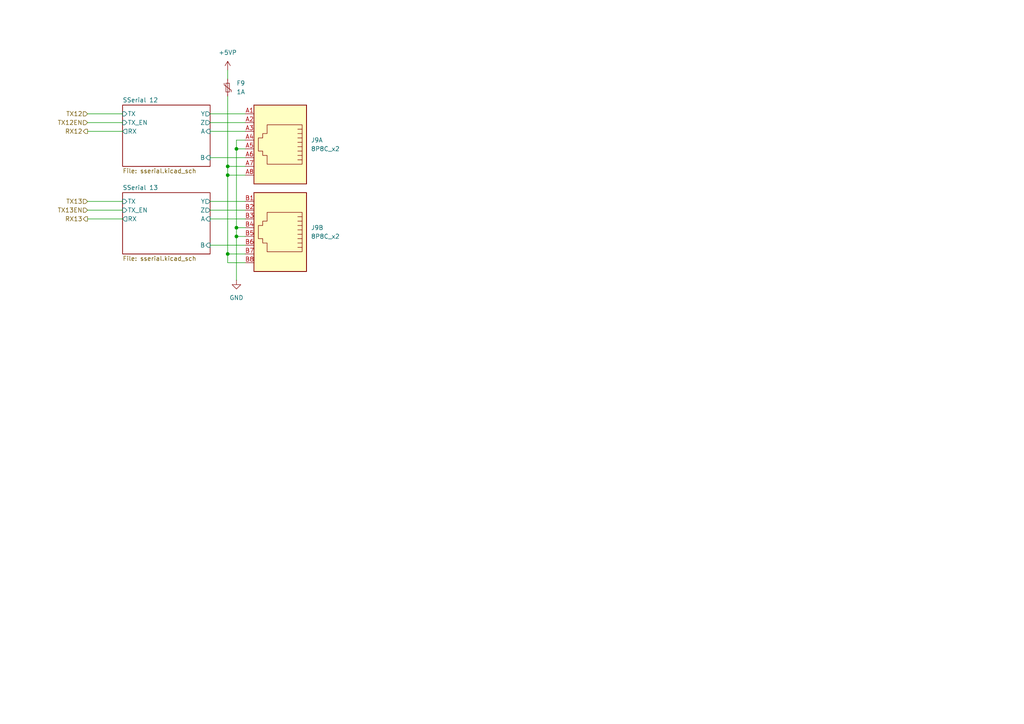
<source format=kicad_sch>
(kicad_sch
	(version 20231120)
	(generator "eeschema")
	(generator_version "8.0")
	(uuid "6dba3162-e82d-474c-bd78-2a19a1c1a29b")
	(paper "A4")
	(lib_symbols
		(symbol "Device:Polyfuse_Small"
			(pin_numbers hide)
			(pin_names
				(offset 0)
			)
			(exclude_from_sim no)
			(in_bom yes)
			(on_board yes)
			(property "Reference" "F"
				(at -1.905 0 90)
				(effects
					(font
						(size 1.27 1.27)
					)
				)
			)
			(property "Value" "Polyfuse_Small"
				(at 1.905 0 90)
				(effects
					(font
						(size 1.27 1.27)
					)
				)
			)
			(property "Footprint" ""
				(at 1.27 -5.08 0)
				(effects
					(font
						(size 1.27 1.27)
					)
					(justify left)
					(hide yes)
				)
			)
			(property "Datasheet" "~"
				(at 0 0 0)
				(effects
					(font
						(size 1.27 1.27)
					)
					(hide yes)
				)
			)
			(property "Description" "Resettable fuse, polymeric positive temperature coefficient, small symbol"
				(at 0 0 0)
				(effects
					(font
						(size 1.27 1.27)
					)
					(hide yes)
				)
			)
			(property "ki_keywords" "resettable fuse PTC PPTC polyfuse polyswitch"
				(at 0 0 0)
				(effects
					(font
						(size 1.27 1.27)
					)
					(hide yes)
				)
			)
			(property "ki_fp_filters" "*polyfuse* *PTC*"
				(at 0 0 0)
				(effects
					(font
						(size 1.27 1.27)
					)
					(hide yes)
				)
			)
			(symbol "Polyfuse_Small_0_1"
				(rectangle
					(start -0.508 1.27)
					(end 0.508 -1.27)
					(stroke
						(width 0)
						(type default)
					)
					(fill
						(type none)
					)
				)
				(polyline
					(pts
						(xy 0 2.54) (xy 0 -2.54)
					)
					(stroke
						(width 0)
						(type default)
					)
					(fill
						(type none)
					)
				)
				(polyline
					(pts
						(xy -1.016 1.27) (xy -1.016 0.762) (xy 1.016 -0.762) (xy 1.016 -1.27)
					)
					(stroke
						(width 0)
						(type default)
					)
					(fill
						(type none)
					)
				)
			)
			(symbol "Polyfuse_Small_1_1"
				(pin passive line
					(at 0 2.54 270)
					(length 0.635)
					(name "~"
						(effects
							(font
								(size 1.27 1.27)
							)
						)
					)
					(number "1"
						(effects
							(font
								(size 1.27 1.27)
							)
						)
					)
				)
				(pin passive line
					(at 0 -2.54 90)
					(length 0.635)
					(name "~"
						(effects
							(font
								(size 1.27 1.27)
							)
						)
					)
					(number "2"
						(effects
							(font
								(size 1.27 1.27)
							)
						)
					)
				)
			)
		)
		(symbol "power:+5VP"
			(power)
			(pin_numbers hide)
			(pin_names
				(offset 0) hide)
			(exclude_from_sim no)
			(in_bom yes)
			(on_board yes)
			(property "Reference" "#PWR"
				(at 0 -3.81 0)
				(effects
					(font
						(size 1.27 1.27)
					)
					(hide yes)
				)
			)
			(property "Value" "+5VP"
				(at 0 3.556 0)
				(effects
					(font
						(size 1.27 1.27)
					)
				)
			)
			(property "Footprint" ""
				(at 0 0 0)
				(effects
					(font
						(size 1.27 1.27)
					)
					(hide yes)
				)
			)
			(property "Datasheet" ""
				(at 0 0 0)
				(effects
					(font
						(size 1.27 1.27)
					)
					(hide yes)
				)
			)
			(property "Description" "Power symbol creates a global label with name \"+5VP\""
				(at 0 0 0)
				(effects
					(font
						(size 1.27 1.27)
					)
					(hide yes)
				)
			)
			(property "ki_keywords" "global power"
				(at 0 0 0)
				(effects
					(font
						(size 1.27 1.27)
					)
					(hide yes)
				)
			)
			(symbol "+5VP_0_1"
				(polyline
					(pts
						(xy -0.762 1.27) (xy 0 2.54)
					)
					(stroke
						(width 0)
						(type default)
					)
					(fill
						(type none)
					)
				)
				(polyline
					(pts
						(xy 0 0) (xy 0 2.54)
					)
					(stroke
						(width 0)
						(type default)
					)
					(fill
						(type none)
					)
				)
				(polyline
					(pts
						(xy 0 2.54) (xy 0.762 1.27)
					)
					(stroke
						(width 0)
						(type default)
					)
					(fill
						(type none)
					)
				)
			)
			(symbol "+5VP_1_1"
				(pin power_in line
					(at 0 0 90)
					(length 0)
					(name "~"
						(effects
							(font
								(size 1.27 1.27)
							)
						)
					)
					(number "1"
						(effects
							(font
								(size 1.27 1.27)
							)
						)
					)
				)
			)
		)
		(symbol "power:GND"
			(power)
			(pin_numbers hide)
			(pin_names
				(offset 0) hide)
			(exclude_from_sim no)
			(in_bom yes)
			(on_board yes)
			(property "Reference" "#PWR"
				(at 0 -6.35 0)
				(effects
					(font
						(size 1.27 1.27)
					)
					(hide yes)
				)
			)
			(property "Value" "GND"
				(at 0 -3.81 0)
				(effects
					(font
						(size 1.27 1.27)
					)
				)
			)
			(property "Footprint" ""
				(at 0 0 0)
				(effects
					(font
						(size 1.27 1.27)
					)
					(hide yes)
				)
			)
			(property "Datasheet" ""
				(at 0 0 0)
				(effects
					(font
						(size 1.27 1.27)
					)
					(hide yes)
				)
			)
			(property "Description" "Power symbol creates a global label with name \"GND\" , ground"
				(at 0 0 0)
				(effects
					(font
						(size 1.27 1.27)
					)
					(hide yes)
				)
			)
			(property "ki_keywords" "global power"
				(at 0 0 0)
				(effects
					(font
						(size 1.27 1.27)
					)
					(hide yes)
				)
			)
			(symbol "GND_0_1"
				(polyline
					(pts
						(xy 0 0) (xy 0 -1.27) (xy 1.27 -1.27) (xy 0 -2.54) (xy -1.27 -1.27) (xy 0 -1.27)
					)
					(stroke
						(width 0)
						(type default)
					)
					(fill
						(type none)
					)
				)
			)
			(symbol "GND_1_1"
				(pin power_in line
					(at 0 0 270)
					(length 0)
					(name "~"
						(effects
							(font
								(size 1.27 1.27)
							)
						)
					)
					(number "1"
						(effects
							(font
								(size 1.27 1.27)
							)
						)
					)
				)
			)
		)
		(symbol "stmbl-fpga-master:8P8C_x2"
			(exclude_from_sim no)
			(in_bom yes)
			(on_board yes)
			(property "Reference" "J"
				(at -5.08 13.97 0)
				(effects
					(font
						(size 1.27 1.27)
					)
					(justify right)
				)
			)
			(property "Value" "8P8C_x2"
				(at 1.27 13.97 0)
				(effects
					(font
						(size 1.27 1.27)
					)
					(justify left)
				)
			)
			(property "Footprint" ""
				(at 0 0.635 90)
				(effects
					(font
						(size 1.27 1.27)
					)
					(hide yes)
				)
			)
			(property "Datasheet" "~"
				(at 0 0.635 90)
				(effects
					(font
						(size 1.27 1.27)
					)
					(hide yes)
				)
			)
			(property "Description" "RJ connector, 8P8C (8 positions 8 connected), RJ45, four ports"
				(at 0 0 0)
				(effects
					(font
						(size 1.27 1.27)
					)
					(hide yes)
				)
			)
			(property "ki_keywords" "8P8C RJ socket connector led dual"
				(at 0 0 0)
				(effects
					(font
						(size 1.27 1.27)
					)
					(hide yes)
				)
			)
			(property "ki_fp_filters" "8P8C*02* RJ45*02*"
				(at 0 0 0)
				(effects
					(font
						(size 1.27 1.27)
					)
					(hide yes)
				)
			)
			(symbol "8P8C_x2_0_1"
				(rectangle
					(start -7.62 12.7)
					(end 7.62 -10.16)
					(stroke
						(width 0.254)
						(type default)
					)
					(fill
						(type background)
					)
				)
				(polyline
					(pts
						(xy -5.08 4.445) (xy -6.35 4.445)
					)
					(stroke
						(width 0)
						(type default)
					)
					(fill
						(type none)
					)
				)
				(polyline
					(pts
						(xy -5.08 5.715) (xy -6.35 5.715)
					)
					(stroke
						(width 0)
						(type default)
					)
					(fill
						(type none)
					)
				)
				(polyline
					(pts
						(xy -6.35 -3.175) (xy -5.08 -3.175) (xy -5.08 -3.175)
					)
					(stroke
						(width 0)
						(type default)
					)
					(fill
						(type none)
					)
				)
				(polyline
					(pts
						(xy -6.35 -1.905) (xy -5.08 -1.905) (xy -5.08 -1.905)
					)
					(stroke
						(width 0)
						(type default)
					)
					(fill
						(type none)
					)
				)
				(polyline
					(pts
						(xy -6.35 -0.635) (xy -5.08 -0.635) (xy -5.08 -0.635)
					)
					(stroke
						(width 0)
						(type default)
					)
					(fill
						(type none)
					)
				)
				(polyline
					(pts
						(xy -6.35 0.635) (xy -5.08 0.635) (xy -5.08 0.635)
					)
					(stroke
						(width 0)
						(type default)
					)
					(fill
						(type none)
					)
				)
				(polyline
					(pts
						(xy -6.35 1.905) (xy -5.08 1.905) (xy -5.08 1.905)
					)
					(stroke
						(width 0)
						(type default)
					)
					(fill
						(type none)
					)
				)
				(polyline
					(pts
						(xy -5.08 3.175) (xy -6.35 3.175) (xy -6.35 3.175)
					)
					(stroke
						(width 0)
						(type default)
					)
					(fill
						(type none)
					)
				)
				(polyline
					(pts
						(xy -6.35 -4.445) (xy -6.35 6.985) (xy 3.81 6.985) (xy 3.81 4.445) (xy 5.08 4.445) (xy 5.08 3.175)
						(xy 6.35 3.175) (xy 6.35 -0.635) (xy 5.08 -0.635) (xy 5.08 -1.905) (xy 3.81 -1.905) (xy 3.81 -4.445)
						(xy -6.35 -4.445) (xy -6.35 -4.445)
					)
					(stroke
						(width 0)
						(type default)
					)
					(fill
						(type none)
					)
				)
			)
			(symbol "8P8C_x2_1_1"
				(pin passive line
					(at 10.16 -7.62 180)
					(length 2.54)
					(name "~"
						(effects
							(font
								(size 1.27 1.27)
							)
						)
					)
					(number "A1"
						(effects
							(font
								(size 1.27 1.27)
							)
						)
					)
				)
				(pin passive line
					(at 10.16 -5.08 180)
					(length 2.54)
					(name "~"
						(effects
							(font
								(size 1.27 1.27)
							)
						)
					)
					(number "A2"
						(effects
							(font
								(size 1.27 1.27)
							)
						)
					)
				)
				(pin passive line
					(at 10.16 -2.54 180)
					(length 2.54)
					(name "~"
						(effects
							(font
								(size 1.27 1.27)
							)
						)
					)
					(number "A3"
						(effects
							(font
								(size 1.27 1.27)
							)
						)
					)
				)
				(pin passive line
					(at 10.16 0 180)
					(length 2.54)
					(name "~"
						(effects
							(font
								(size 1.27 1.27)
							)
						)
					)
					(number "A4"
						(effects
							(font
								(size 1.27 1.27)
							)
						)
					)
				)
				(pin passive line
					(at 10.16 2.54 180)
					(length 2.54)
					(name "~"
						(effects
							(font
								(size 1.27 1.27)
							)
						)
					)
					(number "A5"
						(effects
							(font
								(size 1.27 1.27)
							)
						)
					)
				)
				(pin passive line
					(at 10.16 5.08 180)
					(length 2.54)
					(name "~"
						(effects
							(font
								(size 1.27 1.27)
							)
						)
					)
					(number "A6"
						(effects
							(font
								(size 1.27 1.27)
							)
						)
					)
				)
				(pin passive line
					(at 10.16 7.62 180)
					(length 2.54)
					(name "~"
						(effects
							(font
								(size 1.27 1.27)
							)
						)
					)
					(number "A7"
						(effects
							(font
								(size 1.27 1.27)
							)
						)
					)
				)
				(pin passive line
					(at 10.16 10.16 180)
					(length 2.54)
					(name "~"
						(effects
							(font
								(size 1.27 1.27)
							)
						)
					)
					(number "A8"
						(effects
							(font
								(size 1.27 1.27)
							)
						)
					)
				)
			)
			(symbol "8P8C_x2_2_1"
				(pin passive line
					(at 10.16 -7.62 180)
					(length 2.54)
					(name "~"
						(effects
							(font
								(size 1.27 1.27)
							)
						)
					)
					(number "B1"
						(effects
							(font
								(size 1.27 1.27)
							)
						)
					)
				)
				(pin passive line
					(at 10.16 -5.08 180)
					(length 2.54)
					(name "~"
						(effects
							(font
								(size 1.27 1.27)
							)
						)
					)
					(number "B2"
						(effects
							(font
								(size 1.27 1.27)
							)
						)
					)
				)
				(pin passive line
					(at 10.16 -2.54 180)
					(length 2.54)
					(name "~"
						(effects
							(font
								(size 1.27 1.27)
							)
						)
					)
					(number "B3"
						(effects
							(font
								(size 1.27 1.27)
							)
						)
					)
				)
				(pin passive line
					(at 10.16 0 180)
					(length 2.54)
					(name "~"
						(effects
							(font
								(size 1.27 1.27)
							)
						)
					)
					(number "B4"
						(effects
							(font
								(size 1.27 1.27)
							)
						)
					)
				)
				(pin passive line
					(at 10.16 2.54 180)
					(length 2.54)
					(name "~"
						(effects
							(font
								(size 1.27 1.27)
							)
						)
					)
					(number "B5"
						(effects
							(font
								(size 1.27 1.27)
							)
						)
					)
				)
				(pin passive line
					(at 10.16 5.08 180)
					(length 2.54)
					(name "~"
						(effects
							(font
								(size 1.27 1.27)
							)
						)
					)
					(number "B6"
						(effects
							(font
								(size 1.27 1.27)
							)
						)
					)
				)
				(pin passive line
					(at 10.16 7.62 180)
					(length 2.54)
					(name "~"
						(effects
							(font
								(size 1.27 1.27)
							)
						)
					)
					(number "B7"
						(effects
							(font
								(size 1.27 1.27)
							)
						)
					)
				)
				(pin passive line
					(at 10.16 10.16 180)
					(length 2.54)
					(name "~"
						(effects
							(font
								(size 1.27 1.27)
							)
						)
					)
					(number "B8"
						(effects
							(font
								(size 1.27 1.27)
							)
						)
					)
				)
			)
		)
	)
	(junction
		(at 66.04 50.8)
		(diameter 0)
		(color 0 0 0 0)
		(uuid "0a220345-03e3-42fe-aadc-ed81cc410f5b")
	)
	(junction
		(at 66.04 48.26)
		(diameter 0)
		(color 0 0 0 0)
		(uuid "4e4d5122-22fd-4dcd-bc7c-ebd486d4695d")
	)
	(junction
		(at 68.58 68.58)
		(diameter 0)
		(color 0 0 0 0)
		(uuid "728e5b92-6c27-4b90-826e-60733b115f0d")
	)
	(junction
		(at 68.58 66.04)
		(diameter 0)
		(color 0 0 0 0)
		(uuid "74f3514f-5055-4a78-bd64-29a0a1da28aa")
	)
	(junction
		(at 66.04 73.66)
		(diameter 0)
		(color 0 0 0 0)
		(uuid "cfe851f2-e8f7-483b-832c-804bb1861976")
	)
	(junction
		(at 68.58 43.18)
		(diameter 0)
		(color 0 0 0 0)
		(uuid "d2cbd1e3-5c14-4f75-adcc-dec6fbeba4c9")
	)
	(wire
		(pts
			(xy 71.12 50.8) (xy 66.04 50.8)
		)
		(stroke
			(width 0)
			(type default)
		)
		(uuid "0171ce7b-faf1-494a-9c0e-39de1bd80f80")
	)
	(wire
		(pts
			(xy 60.96 60.96) (xy 71.12 60.96)
		)
		(stroke
			(width 0)
			(type default)
		)
		(uuid "01a33a43-e099-45dc-be22-1191b6cf6786")
	)
	(wire
		(pts
			(xy 60.96 33.02) (xy 71.12 33.02)
		)
		(stroke
			(width 0)
			(type default)
		)
		(uuid "05c8d7d3-e7a8-4d63-bde7-e595eb190ca3")
	)
	(wire
		(pts
			(xy 60.96 38.1) (xy 71.12 38.1)
		)
		(stroke
			(width 0)
			(type default)
		)
		(uuid "1e3ba88f-7caf-4083-8e87-4ac21e60dd46")
	)
	(wire
		(pts
			(xy 66.04 50.8) (xy 66.04 73.66)
		)
		(stroke
			(width 0)
			(type default)
		)
		(uuid "2b72eda2-de9c-45f5-aea5-cc74ffabc2f0")
	)
	(wire
		(pts
			(xy 25.4 35.56) (xy 35.56 35.56)
		)
		(stroke
			(width 0)
			(type default)
		)
		(uuid "32156edb-9935-40f3-9916-3977ad190fbc")
	)
	(wire
		(pts
			(xy 60.96 45.72) (xy 71.12 45.72)
		)
		(stroke
			(width 0)
			(type default)
		)
		(uuid "43bc3b8e-1eea-4a84-a24b-e02a58c79f85")
	)
	(wire
		(pts
			(xy 60.96 35.56) (xy 71.12 35.56)
		)
		(stroke
			(width 0)
			(type default)
		)
		(uuid "45038e89-8ad5-4e37-b2d9-dc7b623fbebc")
	)
	(wire
		(pts
			(xy 60.96 63.5) (xy 71.12 63.5)
		)
		(stroke
			(width 0)
			(type default)
		)
		(uuid "46440e9e-413c-44fc-b19d-895ce467c55d")
	)
	(wire
		(pts
			(xy 66.04 73.66) (xy 66.04 76.2)
		)
		(stroke
			(width 0)
			(type default)
		)
		(uuid "4ef4e951-1514-4317-93b9-17fb60092755")
	)
	(wire
		(pts
			(xy 25.4 60.96) (xy 35.56 60.96)
		)
		(stroke
			(width 0)
			(type default)
		)
		(uuid "50678522-b09b-403d-88bd-9f581a76e0c3")
	)
	(wire
		(pts
			(xy 68.58 68.58) (xy 68.58 81.28)
		)
		(stroke
			(width 0)
			(type default)
		)
		(uuid "725345ca-3135-4966-a0ba-fad953eb9887")
	)
	(wire
		(pts
			(xy 66.04 48.26) (xy 71.12 48.26)
		)
		(stroke
			(width 0)
			(type default)
		)
		(uuid "78f20c29-be90-4363-8106-f5e34c3f5e83")
	)
	(wire
		(pts
			(xy 60.96 58.42) (xy 71.12 58.42)
		)
		(stroke
			(width 0)
			(type default)
		)
		(uuid "793dee89-2b65-4356-9f60-5f6c2607a5d7")
	)
	(wire
		(pts
			(xy 25.4 33.02) (xy 35.56 33.02)
		)
		(stroke
			(width 0)
			(type default)
		)
		(uuid "7be1cda2-578e-4978-a8d1-645539151bc7")
	)
	(wire
		(pts
			(xy 68.58 40.64) (xy 68.58 43.18)
		)
		(stroke
			(width 0)
			(type default)
		)
		(uuid "82517509-9c1e-4a52-9a6a-aafe6888e62d")
	)
	(wire
		(pts
			(xy 66.04 27.94) (xy 66.04 48.26)
		)
		(stroke
			(width 0)
			(type default)
		)
		(uuid "82810d81-5ef5-4086-9d8c-4b6a75b50b96")
	)
	(wire
		(pts
			(xy 66.04 73.66) (xy 71.12 73.66)
		)
		(stroke
			(width 0)
			(type default)
		)
		(uuid "898781c9-249e-4f65-9c64-7ab7e58b2ce0")
	)
	(wire
		(pts
			(xy 68.58 43.18) (xy 68.58 66.04)
		)
		(stroke
			(width 0)
			(type default)
		)
		(uuid "8d3307f5-d8a0-4260-8697-3426841941a6")
	)
	(wire
		(pts
			(xy 71.12 40.64) (xy 68.58 40.64)
		)
		(stroke
			(width 0)
			(type default)
		)
		(uuid "986fe951-9d8c-4cde-8969-cd8281e2a536")
	)
	(wire
		(pts
			(xy 71.12 76.2) (xy 66.04 76.2)
		)
		(stroke
			(width 0)
			(type default)
		)
		(uuid "aa802a25-64ce-4907-bae8-adda7ca379d0")
	)
	(wire
		(pts
			(xy 68.58 43.18) (xy 71.12 43.18)
		)
		(stroke
			(width 0)
			(type default)
		)
		(uuid "af000030-b44a-4246-b4c4-5be518760945")
	)
	(wire
		(pts
			(xy 68.58 68.58) (xy 71.12 68.58)
		)
		(stroke
			(width 0)
			(type default)
		)
		(uuid "b415ddfe-00a0-459c-a1a0-3d076eef5315")
	)
	(wire
		(pts
			(xy 66.04 50.8) (xy 66.04 48.26)
		)
		(stroke
			(width 0)
			(type default)
		)
		(uuid "b64b8d99-548f-404f-9347-017dd9a4d4f9")
	)
	(wire
		(pts
			(xy 25.4 63.5) (xy 35.56 63.5)
		)
		(stroke
			(width 0)
			(type default)
		)
		(uuid "b6afd16a-0aae-4c00-8c02-bf8ff6b6e912")
	)
	(wire
		(pts
			(xy 68.58 66.04) (xy 68.58 68.58)
		)
		(stroke
			(width 0)
			(type default)
		)
		(uuid "c433d54c-933b-4560-a1f2-6086f5f28e85")
	)
	(wire
		(pts
			(xy 25.4 38.1) (xy 35.56 38.1)
		)
		(stroke
			(width 0)
			(type default)
		)
		(uuid "cb357d3a-b702-4e3d-8175-af654d23bbc2")
	)
	(wire
		(pts
			(xy 66.04 20.32) (xy 66.04 22.86)
		)
		(stroke
			(width 0)
			(type default)
		)
		(uuid "cd9725cc-2b33-4046-916e-9f590ad0c425")
	)
	(wire
		(pts
			(xy 60.96 71.12) (xy 71.12 71.12)
		)
		(stroke
			(width 0)
			(type default)
		)
		(uuid "d48da46d-f7c7-4c80-ad54-d8ac32cbebe6")
	)
	(wire
		(pts
			(xy 25.4 58.42) (xy 35.56 58.42)
		)
		(stroke
			(width 0)
			(type default)
		)
		(uuid "e101ed28-bfa6-4596-a577-1e7c0080b62a")
	)
	(wire
		(pts
			(xy 68.58 66.04) (xy 71.12 66.04)
		)
		(stroke
			(width 0)
			(type default)
		)
		(uuid "f55ded10-9bea-4f64-a660-396a109a19bf")
	)
	(hierarchical_label "TX13"
		(shape input)
		(at 25.4 58.42 180)
		(fields_autoplaced yes)
		(effects
			(font
				(size 1.27 1.27)
			)
			(justify right)
		)
		(uuid "0c94b911-6c25-48e5-91ee-8071ebe2d261")
	)
	(hierarchical_label "TX12EN"
		(shape input)
		(at 25.4 35.56 180)
		(fields_autoplaced yes)
		(effects
			(font
				(size 1.27 1.27)
			)
			(justify right)
		)
		(uuid "25943fd4-ecc0-45ed-a5b2-f6d2ab030e89")
	)
	(hierarchical_label "RX13"
		(shape output)
		(at 25.4 63.5 180)
		(fields_autoplaced yes)
		(effects
			(font
				(size 1.27 1.27)
			)
			(justify right)
		)
		(uuid "29125691-59d5-4aa0-8d9a-7731219818cb")
	)
	(hierarchical_label "TX12"
		(shape input)
		(at 25.4 33.02 180)
		(fields_autoplaced yes)
		(effects
			(font
				(size 1.27 1.27)
			)
			(justify right)
		)
		(uuid "71cd7647-d910-4830-9c97-f3b6f6a52e9b")
	)
	(hierarchical_label "TX13EN"
		(shape input)
		(at 25.4 60.96 180)
		(fields_autoplaced yes)
		(effects
			(font
				(size 1.27 1.27)
			)
			(justify right)
		)
		(uuid "ab3d2609-f137-4f63-a74b-41f10f529708")
	)
	(hierarchical_label "RX12"
		(shape output)
		(at 25.4 38.1 180)
		(fields_autoplaced yes)
		(effects
			(font
				(size 1.27 1.27)
			)
			(justify right)
		)
		(uuid "be802dcc-a9fe-444b-95c5-9352616c4203")
	)
	(symbol
		(lib_id "stmbl-fpga-master:8P8C_x2")
		(at 81.28 66.04 180)
		(unit 2)
		(exclude_from_sim no)
		(in_bom yes)
		(on_board yes)
		(dnp no)
		(fields_autoplaced yes)
		(uuid "148c1c24-e182-45db-a262-9582fd166803")
		(property "Reference" "J9"
			(at 90.17 66.0399 0)
			(effects
				(font
					(size 1.27 1.27)
				)
				(justify right)
			)
		)
		(property "Value" "8P8C_x2"
			(at 90.17 68.5799 0)
			(effects
				(font
					(size 1.27 1.27)
				)
				(justify right)
			)
		)
		(property "Footprint" "stmbl-fpga-master:HC-RJ45-5622-2-6"
			(at 81.28 66.675 90)
			(effects
				(font
					(size 1.27 1.27)
				)
				(hide yes)
			)
		)
		(property "Datasheet" "~"
			(at 81.28 66.675 90)
			(effects
				(font
					(size 1.27 1.27)
				)
				(hide yes)
			)
		)
		(property "Description" "RJ connector, 8P8C (8 positions 8 connected), RJ45, four ports"
			(at 81.28 66.04 0)
			(effects
				(font
					(size 1.27 1.27)
				)
				(hide yes)
			)
		)
		(pin "A5"
			(uuid "30b9022e-9ea6-4890-a5db-477d7d2aca48")
		)
		(pin "B1"
			(uuid "8f56f5fc-4c17-4967-bf40-51de10337907")
		)
		(pin "A2"
			(uuid "9ff48365-aacf-4154-b717-13ebbc64f3fd")
		)
		(pin "B8"
			(uuid "c8c8aaa8-57ac-4707-be87-38ec892a0b4e")
		)
		(pin "B2"
			(uuid "f14bc367-fc02-45d4-bb90-832fb8ac90d4")
		)
		(pin "A3"
			(uuid "625999cb-33bf-42ef-9a76-28c42aaff1ae")
		)
		(pin "A1"
			(uuid "a5128a11-0a1e-4673-aa93-22318b7bf741")
		)
		(pin "B7"
			(uuid "919420e2-747d-4cd0-bd82-104fee060bba")
		)
		(pin "A4"
			(uuid "6285c867-2e77-4d93-baa3-e2e2568b05f4")
		)
		(pin "B6"
			(uuid "003daf2d-5706-43c6-993d-c9f629750c5b")
		)
		(pin "B5"
			(uuid "59f3b941-4fc7-48e0-bf03-f5e6d3e577cd")
		)
		(pin "A8"
			(uuid "257f0466-ec06-463a-b14b-0ccb0fc5211c")
		)
		(pin "B4"
			(uuid "47b41405-5bb5-447c-a3aa-6b04ebd8d12a")
		)
		(pin "A6"
			(uuid "e6ddb8ae-5d00-44e1-aa73-545cb731998a")
		)
		(pin "B3"
			(uuid "a547aa48-994e-4f8f-a178-52c6c6433646")
		)
		(pin "A7"
			(uuid "f03a60b5-1c72-4d7c-b579-99df6ee1f2e9")
		)
		(instances
			(project "stmbl-fpga-master"
				(path "/1f4f22c5-e7b1-4469-a82b-89470ab4678f/9d968f66-6cf6-4db0-ab5a-bd8fb214abd4"
					(reference "J9")
					(unit 2)
				)
			)
		)
	)
	(symbol
		(lib_id "power:GND")
		(at 68.58 81.28 0)
		(unit 1)
		(exclude_from_sim no)
		(in_bom yes)
		(on_board yes)
		(dnp no)
		(fields_autoplaced yes)
		(uuid "565f564d-7abe-48d3-a9a4-6d44d54122fd")
		(property "Reference" "#PWR02402"
			(at 68.58 87.63 0)
			(effects
				(font
					(size 1.27 1.27)
				)
				(hide yes)
			)
		)
		(property "Value" "GND"
			(at 68.58 86.36 0)
			(effects
				(font
					(size 1.27 1.27)
				)
			)
		)
		(property "Footprint" ""
			(at 68.58 81.28 0)
			(effects
				(font
					(size 1.27 1.27)
				)
				(hide yes)
			)
		)
		(property "Datasheet" ""
			(at 68.58 81.28 0)
			(effects
				(font
					(size 1.27 1.27)
				)
				(hide yes)
			)
		)
		(property "Description" "Power symbol creates a global label with name \"GND\" , ground"
			(at 68.58 81.28 0)
			(effects
				(font
					(size 1.27 1.27)
				)
				(hide yes)
			)
		)
		(pin "1"
			(uuid "cdd4ed3c-4f6c-4968-97b9-5c14e9f22668")
		)
		(instances
			(project "stmbl-fpga-master"
				(path "/1f4f22c5-e7b1-4469-a82b-89470ab4678f/9d968f66-6cf6-4db0-ab5a-bd8fb214abd4"
					(reference "#PWR02402")
					(unit 1)
				)
			)
		)
	)
	(symbol
		(lib_id "stmbl-fpga-master:8P8C_x2")
		(at 81.28 40.64 180)
		(unit 1)
		(exclude_from_sim no)
		(in_bom yes)
		(on_board yes)
		(dnp no)
		(fields_autoplaced yes)
		(uuid "a4918156-d4ae-49e3-b0d1-ba4fdb7efea3")
		(property "Reference" "J9"
			(at 90.17 40.6399 0)
			(effects
				(font
					(size 1.27 1.27)
				)
				(justify right)
			)
		)
		(property "Value" "8P8C_x2"
			(at 90.17 43.1799 0)
			(effects
				(font
					(size 1.27 1.27)
				)
				(justify right)
			)
		)
		(property "Footprint" "stmbl-fpga-master:HC-RJ45-5622-2-6"
			(at 81.28 41.275 90)
			(effects
				(font
					(size 1.27 1.27)
				)
				(hide yes)
			)
		)
		(property "Datasheet" "~"
			(at 81.28 41.275 90)
			(effects
				(font
					(size 1.27 1.27)
				)
				(hide yes)
			)
		)
		(property "Description" "RJ connector, 8P8C (8 positions 8 connected), RJ45, four ports"
			(at 81.28 40.64 0)
			(effects
				(font
					(size 1.27 1.27)
				)
				(hide yes)
			)
		)
		(pin "A5"
			(uuid "dc54fa80-7e49-4b35-84e9-a57862ec8e7f")
		)
		(pin "B1"
			(uuid "90126d77-4411-431b-82d1-f2e2b2ef45b3")
		)
		(pin "A2"
			(uuid "17a2394f-18b8-4b65-9c77-a930a85ed8cc")
		)
		(pin "B8"
			(uuid "1ec3d007-7283-4eb4-a5c0-2daf28795fcc")
		)
		(pin "B2"
			(uuid "84be9679-96d8-4a5e-a6bb-3ab35ab3d5a2")
		)
		(pin "A3"
			(uuid "ff61f1d6-244f-44ab-b80e-3811a37e44b6")
		)
		(pin "A1"
			(uuid "f8281bc6-b7d5-4120-848c-25d9224f4187")
		)
		(pin "B7"
			(uuid "cb9434cb-4574-4766-8784-f602d556a7a9")
		)
		(pin "A4"
			(uuid "8ac728a9-fdca-4cea-aa84-789c0d78066b")
		)
		(pin "B6"
			(uuid "45913723-5f90-4393-a7b4-826d85f60836")
		)
		(pin "B5"
			(uuid "6363d06b-a0df-46cc-b8e1-fff699a4942c")
		)
		(pin "A8"
			(uuid "f19e765b-fab4-4ad8-b926-4da1125698ae")
		)
		(pin "B4"
			(uuid "c0cd7e0d-0f90-4337-bd00-8d76437991a9")
		)
		(pin "A6"
			(uuid "df54af1c-0072-4b6a-9190-2697505b1dd5")
		)
		(pin "B3"
			(uuid "6e8e073a-dd76-477b-a08c-0b29b905f9cc")
		)
		(pin "A7"
			(uuid "4331f221-ddd6-43e6-a505-e4cd66bf9140")
		)
		(instances
			(project "stmbl-fpga-master"
				(path "/1f4f22c5-e7b1-4469-a82b-89470ab4678f/9d968f66-6cf6-4db0-ab5a-bd8fb214abd4"
					(reference "J9")
					(unit 1)
				)
			)
		)
	)
	(symbol
		(lib_id "power:+5VP")
		(at 66.04 20.32 0)
		(unit 1)
		(exclude_from_sim no)
		(in_bom yes)
		(on_board yes)
		(dnp no)
		(fields_autoplaced yes)
		(uuid "e1b48137-255f-4ab1-bdb2-e47b3e0bc5aa")
		(property "Reference" "#PWR02401"
			(at 66.04 24.13 0)
			(effects
				(font
					(size 1.27 1.27)
				)
				(hide yes)
			)
		)
		(property "Value" "+5VP"
			(at 66.04 15.24 0)
			(effects
				(font
					(size 1.27 1.27)
				)
			)
		)
		(property "Footprint" ""
			(at 66.04 20.32 0)
			(effects
				(font
					(size 1.27 1.27)
				)
				(hide yes)
			)
		)
		(property "Datasheet" ""
			(at 66.04 20.32 0)
			(effects
				(font
					(size 1.27 1.27)
				)
				(hide yes)
			)
		)
		(property "Description" "Power symbol creates a global label with name \"+5VP\""
			(at 66.04 20.32 0)
			(effects
				(font
					(size 1.27 1.27)
				)
				(hide yes)
			)
		)
		(pin "1"
			(uuid "5d89327a-f0d7-4199-a9cc-6ebff50a8dbe")
		)
		(instances
			(project "stmbl-fpga-master"
				(path "/1f4f22c5-e7b1-4469-a82b-89470ab4678f/9d968f66-6cf6-4db0-ab5a-bd8fb214abd4"
					(reference "#PWR02401")
					(unit 1)
				)
			)
		)
	)
	(symbol
		(lib_id "Device:Polyfuse_Small")
		(at 66.04 25.4 0)
		(unit 1)
		(exclude_from_sim no)
		(in_bom yes)
		(on_board yes)
		(dnp no)
		(fields_autoplaced yes)
		(uuid "f4e76741-9904-412c-adb8-5c26e0ba348f")
		(property "Reference" "F9"
			(at 68.58 24.1299 0)
			(effects
				(font
					(size 1.27 1.27)
				)
				(justify left)
			)
		)
		(property "Value" "1A"
			(at 68.58 26.6699 0)
			(effects
				(font
					(size 1.27 1.27)
				)
				(justify left)
			)
		)
		(property "Footprint" "Fuse:Fuse_1206_3216Metric"
			(at 67.31 30.48 0)
			(effects
				(font
					(size 1.27 1.27)
				)
				(justify left)
				(hide yes)
			)
		)
		(property "Datasheet" "~"
			(at 66.04 25.4 0)
			(effects
				(font
					(size 1.27 1.27)
				)
				(hide yes)
			)
		)
		(property "Description" "Resettable fuse, polymeric positive temperature coefficient, small symbol"
			(at 66.04 25.4 0)
			(effects
				(font
					(size 1.27 1.27)
				)
				(hide yes)
			)
		)
		(pin "1"
			(uuid "2d7f7a16-2b89-45ab-af77-7ce43ed08056")
		)
		(pin "2"
			(uuid "f681e75b-deac-441b-9ae8-e9fb89313bb0")
		)
		(instances
			(project "stmbl-fpga-master"
				(path "/1f4f22c5-e7b1-4469-a82b-89470ab4678f/9d968f66-6cf6-4db0-ab5a-bd8fb214abd4"
					(reference "F9")
					(unit 1)
				)
			)
		)
	)
	(sheet
		(at 35.56 55.88)
		(size 25.4 17.78)
		(fields_autoplaced yes)
		(stroke
			(width 0.1524)
			(type solid)
		)
		(fill
			(color 0 0 0 0.0000)
		)
		(uuid "419ed93c-cbca-4c8c-9ee6-96724dea707e")
		(property "Sheetname" "SSerial 13"
			(at 35.56 55.1684 0)
			(effects
				(font
					(size 1.27 1.27)
				)
				(justify left bottom)
			)
		)
		(property "Sheetfile" "sserial.kicad_sch"
			(at 35.56 74.2446 0)
			(effects
				(font
					(size 1.27 1.27)
				)
				(justify left top)
			)
		)
		(pin "A" input
			(at 60.96 63.5 0)
			(effects
				(font
					(size 1.27 1.27)
				)
				(justify right)
			)
			(uuid "5bc4f434-bdbf-4841-9048-49635261f500")
		)
		(pin "B" input
			(at 60.96 71.12 0)
			(effects
				(font
					(size 1.27 1.27)
				)
				(justify right)
			)
			(uuid "dfdaa712-134a-4621-a46e-b5cf4d76f76f")
		)
		(pin "RX" output
			(at 35.56 63.5 180)
			(effects
				(font
					(size 1.27 1.27)
				)
				(justify left)
			)
			(uuid "8da00664-a322-400f-9f0c-955798237ace")
		)
		(pin "Y" output
			(at 60.96 58.42 0)
			(effects
				(font
					(size 1.27 1.27)
				)
				(justify right)
			)
			(uuid "402e2a97-a69b-4db8-91b3-3f54fd932ca0")
		)
		(pin "Z" output
			(at 60.96 60.96 0)
			(effects
				(font
					(size 1.27 1.27)
				)
				(justify right)
			)
			(uuid "b0e67456-74c7-48b4-9552-5eae9750bb7a")
		)
		(pin "TX" input
			(at 35.56 58.42 180)
			(effects
				(font
					(size 1.27 1.27)
				)
				(justify left)
			)
			(uuid "09e97384-56f5-4f28-a66a-1f6af623a76a")
		)
		(pin "TX_EN" input
			(at 35.56 60.96 180)
			(effects
				(font
					(size 1.27 1.27)
				)
				(justify left)
			)
			(uuid "a4117b98-eb8a-4b4c-8efe-e292b72ef4df")
		)
		(instances
			(project "stmbl-fpga-master"
				(path "/1f4f22c5-e7b1-4469-a82b-89470ab4678f/9d968f66-6cf6-4db0-ab5a-bd8fb214abd4"
					(page "23")
				)
			)
		)
	)
	(sheet
		(at 35.56 30.48)
		(size 25.4 17.78)
		(fields_autoplaced yes)
		(stroke
			(width 0.1524)
			(type solid)
		)
		(fill
			(color 0 0 0 0.0000)
		)
		(uuid "5f7b44ab-86e3-4503-abc2-5787966b97ca")
		(property "Sheetname" "SSerial 12"
			(at 35.56 29.7684 0)
			(effects
				(font
					(size 1.27 1.27)
				)
				(justify left bottom)
			)
		)
		(property "Sheetfile" "sserial.kicad_sch"
			(at 35.56 48.8446 0)
			(effects
				(font
					(size 1.27 1.27)
				)
				(justify left top)
			)
		)
		(pin "A" input
			(at 60.96 38.1 0)
			(effects
				(font
					(size 1.27 1.27)
				)
				(justify right)
			)
			(uuid "e6867083-2ce0-4c11-a8bd-4e16778d61a4")
		)
		(pin "B" input
			(at 60.96 45.72 0)
			(effects
				(font
					(size 1.27 1.27)
				)
				(justify right)
			)
			(uuid "1efec433-9494-4fc3-b71b-55a7342040c6")
		)
		(pin "RX" output
			(at 35.56 38.1 180)
			(effects
				(font
					(size 1.27 1.27)
				)
				(justify left)
			)
			(uuid "1227d22b-de8b-44e5-bf9b-0d68ab2c041a")
		)
		(pin "Y" output
			(at 60.96 33.02 0)
			(effects
				(font
					(size 1.27 1.27)
				)
				(justify right)
			)
			(uuid "814b6f9e-5ef0-4429-96a6-eb47dab3f7ea")
		)
		(pin "Z" output
			(at 60.96 35.56 0)
			(effects
				(font
					(size 1.27 1.27)
				)
				(justify right)
			)
			(uuid "343ef863-1183-407d-b2f3-d449c1c68fe5")
		)
		(pin "TX" input
			(at 35.56 33.02 180)
			(effects
				(font
					(size 1.27 1.27)
				)
				(justify left)
			)
			(uuid "1c0c2543-9159-41fc-862e-23e32b103bbd")
		)
		(pin "TX_EN" input
			(at 35.56 35.56 180)
			(effects
				(font
					(size 1.27 1.27)
				)
				(justify left)
			)
			(uuid "cc79582a-0af5-471a-b699-8c5b8dbc76c0")
		)
		(instances
			(project "stmbl-fpga-master"
				(path "/1f4f22c5-e7b1-4469-a82b-89470ab4678f/9d968f66-6cf6-4db0-ab5a-bd8fb214abd4"
					(page "22")
				)
			)
		)
	)
)

</source>
